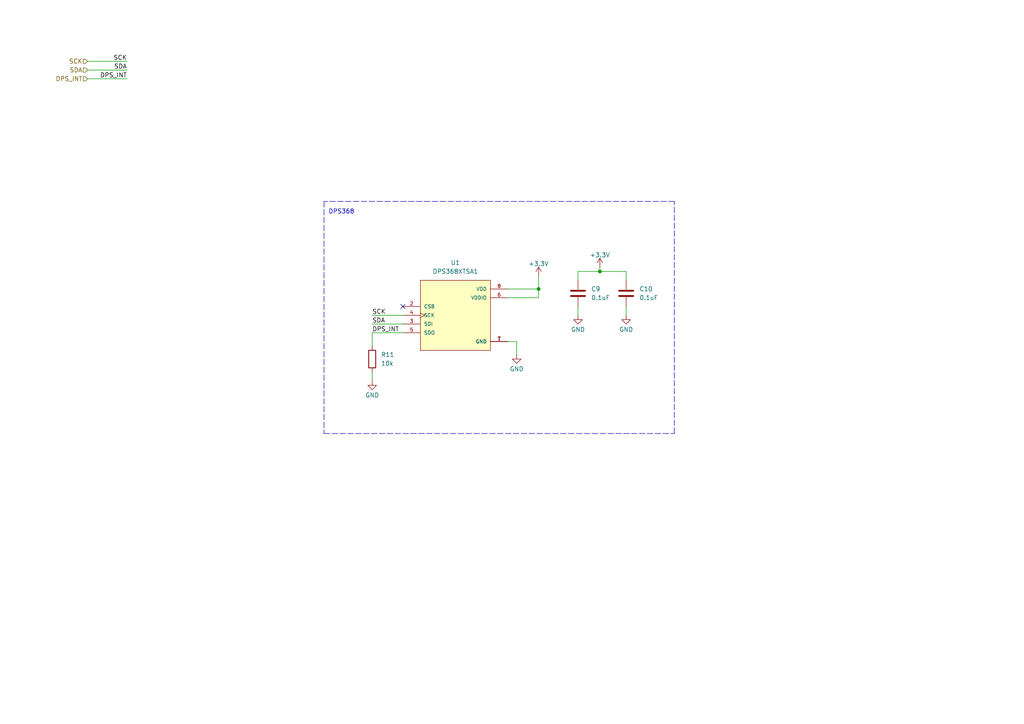
<source format=kicad_sch>
(kicad_sch (version 20230121) (generator eeschema)
  (paper "A4")
  (lib_symbols
    (symbol "DPS368XTSA1_1" (pin_names (offset 1.016))
      (property "Reference" "U" (at -10.16 10.922 0))
      (property "Value" "DPS368XTSA1" (at -10.16 -12.7 0))
      (symbol "DPS368XTSA1_1_0_0"
        (pin power_in line (at 15.24 -7.62 180) (length 5.08) (name "GND") (number "1"))
        (pin input line (at -15.24 2.54 0) (length 5.08) (name "CSB") (number "2"))
        (pin input line (at -15.24 -2.54 0) (length 5.08) (name "SDI") (number "3"))
        (pin input clock (at -15.24 0 0) (length 5.08) (name "SCK") (number "4"))
        (pin output line (at -15.24 -5.08 0) (length 5.08) (name "SDO") (number "5"))
        (pin power_in line (at 15.24 5.08 180) (length 5.08) (name "VDDIO") (number "6"))
        (pin power_in line (at 15.24 -7.62 180) (length 5.08) (name "GND") (number "7"))
        (pin power_in line (at 15.24 7.62 180) (length 5.08) (name "VDD") (number "8"))
      )
      (symbol "DPS368XTSA1_1_1_0"
        (rectangle (start -10.16 10.16) (end 10.16 -10.16) (fill (type background)))
      )
    )
    (symbol "Device:C" (pin_numbers hide) (pin_names (offset 0.254))
      (property "Reference" "C" (at 0.635 2.54 0))
      (property "Value" "C" (at 0.635 -2.54 0))
      (symbol "C_0_1"
        (polyline (pts (xy -2.032 -0.762) (xy 2.032 -0.762)) (stroke (width 0.508)))
        (polyline (pts (xy -2.032 0.762) (xy 2.032 0.762)) (stroke (width 0.508)))
      )
      (symbol "C_1_1"
        (pin passive line (at 0 3.81 270) (length 2.794) (name "~") (number "1"))
        (pin passive line (at 0 -3.81 90) (length 2.794) (name "~") (number "2"))
      )
    )
    (symbol "Device:R" (pin_numbers hide) (pin_names (offset 0))
      (property "Reference" "R" (at 2.032 0 90))
      (property "Value" "R" (at 0 0 90))
      (symbol "R_0_1"
        (rectangle (start -1.016 -2.54) (end 1.016 2.54) (stroke (width 0.254)))
      )
      (symbol "R_1_1"
        (pin passive line (at 0 3.81 270) (length 1.27) (name "~") (number "1"))
        (pin passive line (at 0 -3.81 90) (length 1.27) (name "~") (number "2"))
      )
    )
    (symbol "power:+3.3V" (power) (pin_names (offset 0))
      (property "Value" "+3.3V" (at 0 3.556 0))
      (symbol "+3.3V_0_1"
        (polyline (pts (xy -0.762 1.27) (xy 0 2.54)))
        (polyline (pts (xy 0 0) (xy 0 2.54)))
        (polyline (pts (xy 0 2.54) (xy 0.762 1.27)))
      )
      (symbol "+3.3V_1_1"
        (pin power_in line (at 0 0 90) (length 0) hide (name "+3.3V") (number "1"))
      )
    )
    (symbol "power:GND" (power) (pin_names (offset 0))
      (property "Value" "GND" (at 0 -3.81 0))
      (symbol "GND_0_1"
        (polyline (pts (xy 0 0) (xy 0 -1.27) (xy 1.27 -1.27) (xy 0 -2.54) (xy -1.27 -1.27) (xy 0 -1.27)))
      )
      (symbol "GND_1_1"
        (pin power_in line (at 0 0 270) (length 0) hide (name "GND") (number "1"))
      )
    )
  )
  (junction (at 173.99 78.74))
  (junction (at 156.21 83.82))
  (no_connect (at 116.84 88.9))
  (wire (pts (xy 181.61 81.28) (xy 181.61 78.74)))
  (wire (pts (xy 181.61 88.9) (xy 181.61 91.44)))
  (wire (pts (xy 167.64 78.74) (xy 173.99 78.74)))
  (wire (pts (xy 25.4 22.86) (xy 36.83 22.86)))
  (wire (pts (xy 107.95 100.33) (xy 107.95 96.52)))
  (polyline (pts (xy 195.58 125.73) (xy 195.58 58.42)) (stroke (width 0) (type dash)))
  (wire (pts (xy 107.95 93.98) (xy 116.84 93.98)))
  (wire (pts (xy 25.4 20.32) (xy 36.83 20.32)))
  (wire (pts (xy 25.4 17.78) (xy 36.83 17.78)))
  (polyline (pts (xy 195.58 58.42) (xy 93.98 58.42)) (stroke (width 0) (type dash)))
  (wire (pts (xy 107.95 96.52) (xy 116.84 96.52)))
  (wire (pts (xy 149.86 102.87) (xy 149.86 99.06)))
  (wire (pts (xy 173.99 78.74) (xy 181.61 78.74)))
  (wire (pts (xy 167.64 88.9) (xy 167.64 91.44)))
  (wire (pts (xy 173.99 78.74) (xy 173.99 77.47)))
  (polyline (pts (xy 93.98 58.42) (xy 93.98 125.73)) (stroke (width 0) (type dash)))
  (wire (pts (xy 167.64 81.28) (xy 167.64 78.74)))
  (polyline (pts (xy 93.98 125.73) (xy 195.58 125.73)) (stroke (width 0) (type dash)))
  (wire (pts (xy 107.95 91.44) (xy 116.84 91.44)))
  (wire (pts (xy 107.95 107.95) (xy 107.95 110.49)))
  (wire (pts (xy 147.32 83.82) (xy 156.21 83.82)))
  (wire (pts (xy 156.21 86.36) (xy 156.21 83.82)))
  (wire (pts (xy 147.32 86.36) (xy 156.21 86.36)))
  (wire (pts (xy 149.86 99.06) (xy 147.32 99.06)))
  (wire (pts (xy 156.21 83.82) (xy 156.21 80.01)))
  (text "DPS368" (at 95.25 62.23 0) (effects (font (size 1.27 1.27)) (justify left bottom)))
  (label "SCK" (at 36.83 17.78 180))
  (label "DPS_INT" (at 107.95 96.52 0))
  (label "SDA" (at 107.95 93.98 0))
  (label "DPS_INT" (at 36.83 22.86 180))
  (label "SDA" (at 36.83 20.32 180))
  (label "SCK" (at 107.95 91.44 0))
  (hierarchical_label "SCK" (shape input) (at 25.4 17.78 180))
  (hierarchical_label "DPS_INT" (shape input) (at 25.4 22.86 180))
  (hierarchical_label "SDA" (shape input) (at 25.4 20.32 180))
  (symbol (lib_id "Device:R") (at 107.95 104.14 0) (unit 1)
    (property "Reference" "R11" (at 110.49 102.87 0) (effects (justify left)))
    (property "Value" "10k" (at 110.49 105.41 0) (effects (justify left)))
    (property "Footprint" "Resistor_SMD:R_0603_1608Metric" (effects hide))
    (instances (project "ot-riwa" (path "" (reference "R11") (unit 1)) (path "" (reference "R11") (unit 1))) (project "dps368-breakout" (path "" (reference "R1") (unit 1))))
  )
  (symbol (lib_id "power:GND") (at 167.64 91.44 0) (unit 1)
    (property "Reference" "#PWR025" (effects hide))
    (property "Value" "GND" (at 167.64 95.5755 0))
    (instances (project "ot-riwa" (path "" (reference "#PWR025") (unit 1)) (path "" (reference "#PWR025") (unit 1))) (project "dps368-breakout" (path "" (reference "#PWR05") (unit 1))))
  )
  (symbol (lib_id "power:GND") (at 181.61 91.44 0) (unit 1)
    (property "Reference" "#PWR027" (effects hide))
    (property "Value" "GND" (at 181.61 95.5755 0))
    (instances (project "ot-riwa" (path "" (reference "#PWR027") (unit 1)) (path "" (reference "#PWR027") (unit 1))) (project "dps368-breakout" (path "" (reference "#PWR06") (unit 1))))
  )
  (symbol (lib_id "power:GND") (at 107.95 110.49 0) (unit 1)
    (property "Reference" "#PWR022" (effects hide))
    (property "Value" "GND" (at 107.95 114.6255 0))
    (instances (project "ot-riwa" (path "" (reference "#PWR022") (unit 1)) (path "" (reference "#PWR022") (unit 1))) (project "dps368-breakout" (path "" (reference "#PWR03") (unit 1))))
  )
  (symbol (lib_id "power:+3.3V") (at 173.99 77.47 0) (unit 1)
    (property "Reference" "#PWR026" (effects hide))
    (property "Value" "+3.3V" (at 173.99 73.9681 0))
    (instances (project "ot-riwa" (path "" (reference "#PWR026") (unit 1)) (path "" (reference "#PWR026") (unit 1))) (project "dps368-breakout" (path "" (reference "#PWR04") (unit 1))))
  )
  (symbol (lib_id "power:GND") (at 149.86 102.87 0) (unit 1)
    (property "Reference" "#PWR023" (effects hide))
    (property "Value" "GND" (at 149.86 107.0055 0))
    (instances (project "ot-riwa" (path "" (reference "#PWR023") (unit 1)) (path "" (reference "#PWR023") (unit 1))) (project "dps368-breakout" (path "" (reference "#PWR02") (unit 1))))
  )
  (symbol (lib_id "Device:C") (at 167.64 85.09 0) (unit 1)
    (property "Reference" "C9" (at 171.45 83.82 0) (effects (justify left)))
    (property "Value" "0.1uF" (at 171.45 86.36 0) (effects (justify left)))
    (property "Footprint" "Capacitor_SMD:C_0603_1608Metric" (effects hide))
    (instances (project "ot-riwa" (path "" (reference "C9") (unit 1)) (path "" (reference "C9") (unit 1))) (project "dps368-breakout" (path "" (reference "C1") (unit 1))))
  )
  (symbol (lib_id "power:+3.3V") (at 156.21 80.01 0) (unit 1)
    (property "Reference" "#PWR024" (effects hide))
    (property "Value" "+3.3V" (at 156.21 76.5081 0))
    (instances (project "ot-riwa" (path "" (reference "#PWR024") (unit 1)) (path "" (reference "#PWR024") (unit 1))) (project "dps368-breakout" (path "" (reference "#PWR01") (unit 1))))
  )
  (symbol (lib_id "Device:C") (at 181.61 85.09 0) (unit 1)
    (property "Reference" "C10" (at 185.42 83.82 0) (effects (justify left)))
    (property "Value" "0.1uF" (at 185.42 86.36 0) (effects (justify left)))
    (property "Footprint" "Capacitor_SMD:C_0603_1608Metric" (effects hide))
    (instances (project "ot-riwa" (path "" (reference "C10") (unit 1)) (path "" (reference "C10") (unit 1))) (project "dps368-breakout" (path "" (reference "C2") (unit 1))))
  )
  (symbol (lib_name "DPS368XTSA1_1") (lib_id "DPS368XTSA1:DPS368XTSA1") (at 132.08 91.44 0) (unit 1)
    (property "Reference" "U1" (at 132.08 76.2 0))
    (property "Value" "DPS368XTSA1" (at 132.08 78.74 0))
    (property "Footprint" "DPS368XTSA1:XDCR_DPS368XTSA1" (effects hide))
    (property "Datasheet" "VFLGA-8 Infineon Technologies" (effects hide))
    (property "Field4" "Infineon Technologies" (effects hide))
    (property "Field5" "None" (effects hide))
    (property "Field6" "Unavailable" (effects hide))
    (property "Field7" "DPS368XTSA1" (effects hide))
    (property "Field8" "Package dimensions: 8-pin LGA, 2.0 x 2.5 x 1.1 mm3 | Operation range: Pressure: 3001200 hPa Temperature: -4085C | Precision: 0.002 hPa _or 0.02 m_ | Rel. accuracy: 0.06 hPa _or 0.5 m_ | Abs. accuracy: 1 hPa _or 8 m_ | Temperature accuracy: 0.5C | Avg. current consumption: 1.7 A_pressure measurement_ @1Hzsampling rate, standby: 0.5 A. | Integrated FIFO | Interface: I2C and SPI_both with optional interrupt_" (effects hide))
  )
)
</source>
